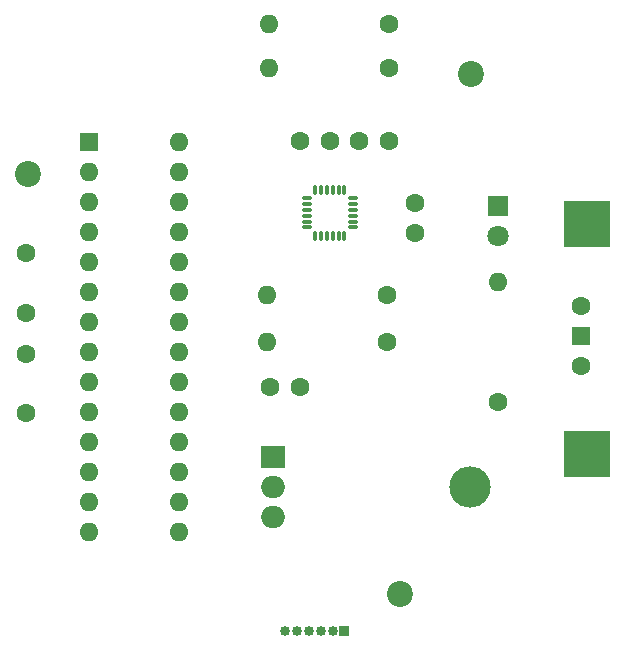
<source format=gbr>
%TF.GenerationSoftware,KiCad,Pcbnew,8.0.3*%
%TF.CreationDate,2024-06-24T10:16:25-03:00*%
%TF.ProjectId,esquematico,65737175-656d-4617-9469-636f2e6b6963,rev?*%
%TF.SameCoordinates,Original*%
%TF.FileFunction,Soldermask,Top*%
%TF.FilePolarity,Negative*%
%FSLAX46Y46*%
G04 Gerber Fmt 4.6, Leading zero omitted, Abs format (unit mm)*
G04 Created by KiCad (PCBNEW 8.0.3) date 2024-06-24 10:16:25*
%MOMM*%
%LPD*%
G01*
G04 APERTURE LIST*
G04 Aperture macros list*
%AMRoundRect*
0 Rectangle with rounded corners*
0 $1 Rounding radius*
0 $2 $3 $4 $5 $6 $7 $8 $9 X,Y pos of 4 corners*
0 Add a 4 corners polygon primitive as box body*
4,1,4,$2,$3,$4,$5,$6,$7,$8,$9,$2,$3,0*
0 Add four circle primitives for the rounded corners*
1,1,$1+$1,$2,$3*
1,1,$1+$1,$4,$5*
1,1,$1+$1,$6,$7*
1,1,$1+$1,$8,$9*
0 Add four rect primitives between the rounded corners*
20,1,$1+$1,$2,$3,$4,$5,0*
20,1,$1+$1,$4,$5,$6,$7,0*
20,1,$1+$1,$6,$7,$8,$9,0*
20,1,$1+$1,$8,$9,$2,$3,0*%
G04 Aperture macros list end*
%ADD10C,2.200000*%
%ADD11C,1.600000*%
%ADD12O,1.600000X1.600000*%
%ADD13R,1.800000X1.800000*%
%ADD14C,1.800000*%
%ADD15O,2.000000X1.905000*%
%ADD16R,2.000000X1.905000*%
%ADD17O,3.500000X3.500000*%
%ADD18R,1.600000X1.600000*%
%ADD19RoundRect,0.075000X0.075000X-0.350000X0.075000X0.350000X-0.075000X0.350000X-0.075000X-0.350000X0*%
%ADD20RoundRect,0.075000X0.350000X0.075000X-0.350000X0.075000X-0.350000X-0.075000X0.350000X-0.075000X0*%
%ADD21R,1.500000X1.500000*%
%ADD22R,4.000000X4.000000*%
%ADD23R,0.850000X0.850000*%
%ADD24O,0.850000X0.850000*%
G04 APERTURE END LIST*
D10*
%TO.C,hole3*%
X148000000Y-72500000D03*
%TD*%
%TO.C,hole2*%
X142000000Y-116500000D03*
%TD*%
%TO.C,hole1*%
X110500000Y-81000000D03*
%TD*%
D11*
%TO.C,C2*%
X110300000Y-101200000D03*
X110300000Y-96200000D03*
%TD*%
%TO.C,R5*%
X150300000Y-100280000D03*
D12*
X150300000Y-90120000D03*
%TD*%
D11*
%TO.C,C3*%
X133550000Y-78200000D03*
X136050000Y-78200000D03*
%TD*%
D13*
%TO.C,D1*%
X150300000Y-83660000D03*
D14*
X150300000Y-86200000D03*
%TD*%
D15*
%TO.C,U2*%
X131270000Y-110040000D03*
X131270000Y-107500000D03*
D16*
X131270000Y-104960000D03*
D17*
X147930000Y-107500000D03*
%TD*%
D11*
%TO.C,C1*%
X110300000Y-87700000D03*
X110300000Y-92700000D03*
%TD*%
%TO.C,C6*%
X131000000Y-99000000D03*
X133500000Y-99000000D03*
%TD*%
%TO.C,C4*%
X143300000Y-83450000D03*
X143300000Y-85950000D03*
%TD*%
%TO.C,R2*%
X140880000Y-91200000D03*
D12*
X130720000Y-91200000D03*
%TD*%
D18*
%TO.C,U1*%
X115680000Y-78300000D03*
D12*
X115680000Y-80840000D03*
X115680000Y-83380000D03*
X115680000Y-85920000D03*
X115680000Y-88460000D03*
X115680000Y-91000000D03*
X115680000Y-93540000D03*
X115680000Y-96080000D03*
X115680000Y-98620000D03*
X115680000Y-101160000D03*
X115680000Y-103700000D03*
X115680000Y-106240000D03*
X115680000Y-108780000D03*
X115680000Y-111320000D03*
X123300000Y-111320000D03*
X123300000Y-108780000D03*
X123300000Y-106240000D03*
X123300000Y-103700000D03*
X123300000Y-101160000D03*
X123300000Y-98620000D03*
X123300000Y-96080000D03*
X123300000Y-93540000D03*
X123300000Y-91000000D03*
X123300000Y-88460000D03*
X123300000Y-85920000D03*
X123300000Y-83380000D03*
X123300000Y-80840000D03*
X123300000Y-78300000D03*
%TD*%
D19*
%TO.C,U3*%
X134800000Y-86200000D03*
X135300000Y-86200000D03*
X135800000Y-86200000D03*
X136300000Y-86200000D03*
X136800000Y-86200000D03*
X137300000Y-86200000D03*
D20*
X138000000Y-85500000D03*
X138000000Y-85000000D03*
X138000000Y-84500000D03*
X138000000Y-84000000D03*
X138000000Y-83500000D03*
X138000000Y-83000000D03*
D19*
X137300000Y-82300000D03*
X136800000Y-82300000D03*
X136300000Y-82300000D03*
X135800000Y-82300000D03*
X135300000Y-82300000D03*
X134800000Y-82300000D03*
D20*
X134100000Y-83000000D03*
X134100000Y-83500000D03*
X134100000Y-84000000D03*
X134100000Y-84500000D03*
X134100000Y-85000000D03*
X134100000Y-85500000D03*
%TD*%
D21*
%TO.C,SW1*%
X157300000Y-94660000D03*
D11*
X157300000Y-92120000D03*
X157300000Y-97200000D03*
%TD*%
%TO.C,C5*%
X138550000Y-78200000D03*
X141050000Y-78200000D03*
%TD*%
%TO.C,R4*%
X141080000Y-68300000D03*
D12*
X130920000Y-68300000D03*
%TD*%
D11*
%TO.C,R1*%
X140880000Y-95200000D03*
D12*
X130720000Y-95200000D03*
%TD*%
D22*
%TO.C,battery-1*%
X157800000Y-104700000D03*
%TD*%
%TO.C,battery+1*%
X157800000Y-85200000D03*
%TD*%
D11*
%TO.C,R3*%
X141080000Y-72000000D03*
D12*
X130920000Y-72000000D03*
%TD*%
D23*
%TO.C,sd_card*%
X137300000Y-119700000D03*
D24*
X136300000Y-119700000D03*
X135300000Y-119700000D03*
X134300000Y-119700000D03*
X133300000Y-119700000D03*
X132300000Y-119700000D03*
%TD*%
M02*

</source>
